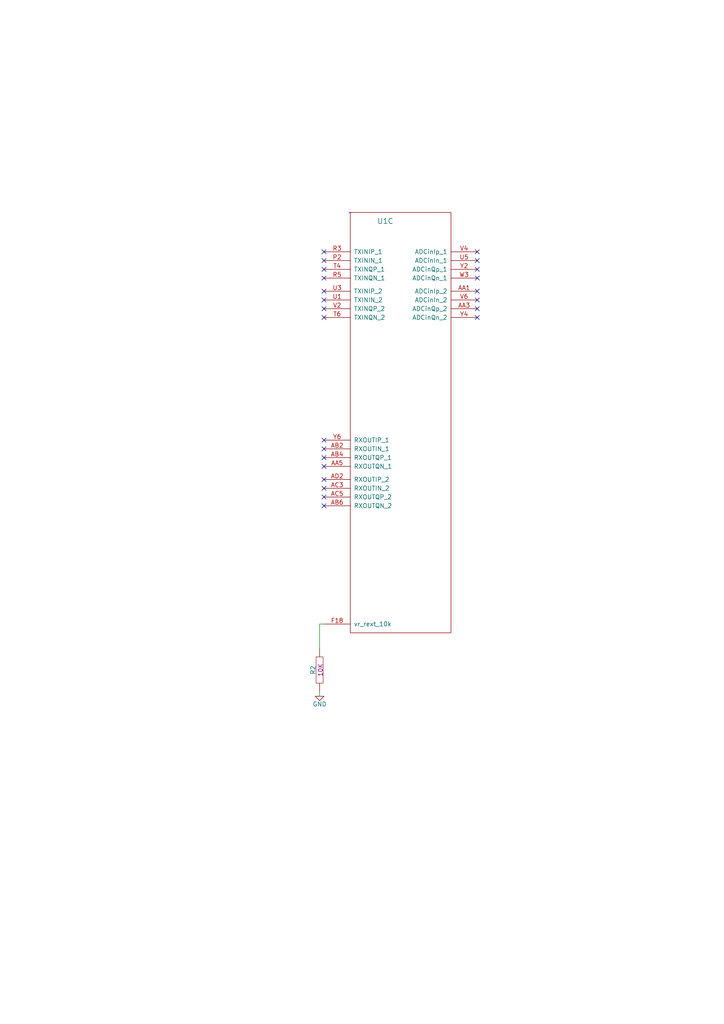
<source format=kicad_sch>
(kicad_sch (version 20211123) (generator eeschema)

  (uuid 4bf301c5-ec0f-4e2a-b889-dd5ec028b092)

  (paper "A4" portrait)

  (title_block
    (title "uMyriadRF7002")
    (date "19 nov 2015")
    (rev "v2")
    (comment 1 "WORK IS COVERED UNDER A CREATIVE COMMONS LICENSE (CC BY 3.0)")
  )

  (lib_symbols
    (symbol "uMyriad7002-rescue:10K_0402" (pin_numbers hide) (pin_names (offset 0)) (in_bom yes) (on_board yes)
      (property "Reference" "R" (id 0) (at -1.778 -0.254 90)
        (effects (font (size 1.27 1.27)))
      )
      (property "Value" "10K_0402" (id 1) (at -4.445 -0.635 90)
        (effects (font (size 1.27 1.27)) hide)
      )
      (property "Footprint" "SMD0402" (id 2) (at -7.62 -0.635 90)
        (effects (font (size 1.524 1.524)) hide)
      )
      (property "Datasheet" "" (id 3) (at 0 0 0)
        (effects (font (size 1.524 1.524)))
      )
      (property "Vendor" "Digi-Key" (id 4) (at 4.572 2.54 90)
        (effects (font (size 1.524 1.524)) hide)
      )
      (property "Vendor Part Number" "RMCF0402FT10K0CT-ND" (id 5) (at 7.112 5.08 90)
        (effects (font (size 1.524 1.524)) hide)
      )
      (property "Manufacturer" "Stackpole Electronics Inc" (id 6) (at 9.652 7.62 90)
        (effects (font (size 1.524 1.524)) hide)
      )
      (property "Manufacturer Part Number" "RMCF0402FT10K0" (id 7) (at 12.192 10.16 90)
        (effects (font (size 1.524 1.524)) hide)
      )
      (property "Description" "RES 10K OHM 1/16W 1% 0402" (id 8) (at 14.732 12.7 90)
        (effects (font (size 1.524 1.524)) hide)
      )
      (property "Component Value" "10K" (id 9) (at 0.254 0 90)
        (effects (font (size 1.27 1.27)))
      )
      (property "ki_fp_filters" "R? SM0603 SM0805 R?-* SM1206" (id 10) (at 0 0 0)
        (effects (font (size 1.27 1.27)) hide)
      )
      (symbol "10K_0402_0_1"
        (rectangle (start -1.016 3.81) (end 1.016 -3.81)
          (stroke (width 0.127) (type default) (color 0 0 0 0))
          (fill (type none))
        )
      )
      (symbol "10K_0402_1_1"
        (pin passive line (at 0 6.35 270) (length 2.54)
          (name "1" (effects (font (size 0 0))))
          (number "1" (effects (font (size 1.524 1.524))))
        )
        (pin passive line (at 0 -6.35 90) (length 2.54)
          (name "2" (effects (font (size 0 0))))
          (number "2" (effects (font (size 1.524 1.524))))
        )
      )
    )
    (symbol "uMyriad7002-rescue:GND" (power) (pin_names (offset 0)) (in_bom yes) (on_board yes)
      (property "Reference" "#PWR" (id 0) (at 0 0 0)
        (effects (font (size 0.762 0.762)) hide)
      )
      (property "Value" "GND" (id 1) (at 0 -1.778 0)
        (effects (font (size 0.762 0.762)) hide)
      )
      (property "Footprint" "" (id 2) (at 0 0 0)
        (effects (font (size 1.524 1.524)))
      )
      (property "Datasheet" "" (id 3) (at 0 0 0)
        (effects (font (size 1.524 1.524)))
      )
      (symbol "GND_0_1"
        (polyline
          (pts
            (xy -1.27 0)
            (xy 0 -1.27)
            (xy 1.27 0)
            (xy -1.27 0)
          )
          (stroke (width 0) (type default) (color 0 0 0 0))
          (fill (type none))
        )
      )
      (symbol "GND_1_1"
        (pin power_in line (at 0 0 90) (length 0) hide
          (name "GND" (effects (font (size 0.762 0.762))))
          (number "1" (effects (font (size 0.762 0.762))))
        )
      )
    )
    (symbol "uMyriad7002-rescue:LMS7002" (pin_names (offset 1.016)) (in_bom yes) (on_board yes)
      (property "Reference" "U" (id 0) (at 20.32 -2.54 0)
        (effects (font (size 1.524 1.524)))
      )
      (property "Value" "LMS7002" (id 1) (at 20.32 -5.08 0)
        (effects (font (size 1.524 1.524)))
      )
      (property "Footprint" "aQFN-261" (id 2) (at 10.16 3.81 0)
        (effects (font (size 1.524 1.524)) hide)
      )
      (property "Datasheet" "" (id 3) (at 0 0 0)
        (effects (font (size 1.524 1.524)))
      )
      (property "ki_locked" "" (id 4) (at 0 0 0)
        (effects (font (size 1.27 1.27)))
      )
      (symbol "LMS7002_1_1"
        (rectangle (start 0 0) (end 20.32 -171.45)
          (stroke (width 0) (type default) (color 0 0 0 0))
          (fill (type none))
        )
        (pin input line (at -7.62 -73.66 0) (length 7.62)
          (name "FCLK1" (effects (font (size 1.27 1.27))))
          (number "AA33" (effects (font (size 1.27 1.27))))
        )
        (pin output line (at -7.62 -111.76 0) (length 7.62)
          (name "DIQ10_1" (effects (font (size 1.27 1.27))))
          (number "AB30" (effects (font (size 1.27 1.27))))
        )
        (pin output line (at -7.62 -114.3 0) (length 7.62)
          (name "DIQ11_1" (effects (font (size 1.27 1.27))))
          (number "AB32" (effects (font (size 1.27 1.27))))
        )
        (pin input line (at -7.62 -71.12 0) (length 7.62)
          (name "MCLK1" (effects (font (size 1.27 1.27))))
          (number "AB34" (effects (font (size 1.27 1.27))))
        )
        (pin output line (at -7.62 -99.06 0) (length 7.62)
          (name "DIQ5_1" (effects (font (size 1.27 1.27))))
          (number "AC29" (effects (font (size 1.27 1.27))))
        )
        (pin output line (at -7.62 -106.68 0) (length 7.62)
          (name "DIQ8_1" (effects (font (size 1.27 1.27))))
          (number "AC31" (effects (font (size 1.27 1.27))))
        )
        (pin output line (at -7.62 -109.22 0) (length 7.62)
          (name "DIQ9_1" (effects (font (size 1.27 1.27))))
          (number "AC33" (effects (font (size 1.27 1.27))))
        )
        (pin output line (at -7.62 -96.52 0) (length 7.62)
          (name "DIQ4_1" (effects (font (size 1.27 1.27))))
          (number "AD30" (effects (font (size 1.27 1.27))))
        )
        (pin output line (at -7.62 -104.14 0) (length 7.62)
          (name "DIQ7_1" (effects (font (size 1.27 1.27))))
          (number "AD32" (effects (font (size 1.27 1.27))))
        )
        (pin output line (at -7.62 -93.98 0) (length 7.62)
          (name "DIQ3_1" (effects (font (size 1.27 1.27))))
          (number "AE31" (effects (font (size 1.27 1.27))))
        )
        (pin output line (at -7.62 -101.6 0) (length 7.62)
          (name "DIQ6_1" (effects (font (size 1.27 1.27))))
          (number "AE33" (effects (font (size 1.27 1.27))))
        )
        (pin output line (at -7.62 -88.9 0) (length 7.62)
          (name "DIQ1_1" (effects (font (size 1.27 1.27))))
          (number "AF30" (effects (font (size 1.27 1.27))))
        )
        (pin output line (at -7.62 -91.44 0) (length 7.62)
          (name "DIQ2_1" (effects (font (size 1.27 1.27))))
          (number "AF34" (effects (font (size 1.27 1.27))))
        )
        (pin output line (at -7.62 -86.36 0) (length 7.62)
          (name "DIQ0_1" (effects (font (size 1.27 1.27))))
          (number "AG31" (effects (font (size 1.27 1.27))))
        )
        (pin input line (at -7.62 -10.16 0) (length 7.62)
          (name "RxPLL_CLK" (effects (font (size 1.27 1.27))))
          (number "AM24" (effects (font (size 1.27 1.27))))
        )
        (pin output line (at -7.62 -147.32 0) (length 7.62)
          (name "tstao" (effects (font (size 1.27 1.27))))
          (number "B22" (effects (font (size 1.27 1.27))))
        )
        (pin bidirectional line (at -7.62 -163.83 0) (length 7.62)
          (name "SCL" (effects (font (size 1.27 1.27))))
          (number "C27" (effects (font (size 1.27 1.27))))
        )
        (pin input line (at -7.62 -134.62 0) (length 7.62)
          (name "SCLK" (effects (font (size 1.27 1.27))))
          (number "C29" (effects (font (size 1.27 1.27))))
        )
        (pin output line (at -7.62 -149.86 0) (length 7.62)
          (name "tstdo<0>" (effects (font (size 1.27 1.27))))
          (number "D22" (effects (font (size 1.27 1.27))))
        )
        (pin bidirectional line (at -7.62 -161.29 0) (length 7.62)
          (name "SDA" (effects (font (size 1.27 1.27))))
          (number "D26" (effects (font (size 1.27 1.27))))
        )
        (pin input line (at -7.62 -132.08 0) (length 7.62)
          (name "SEN" (effects (font (size 1.27 1.27))))
          (number "D28" (effects (font (size 1.27 1.27))))
        )
        (pin input line (at -7.62 -127 0) (length 7.62)
          (name "RESET" (effects (font (size 1.27 1.27))))
          (number "E27" (effects (font (size 1.27 1.27))))
        )
        (pin input line (at -7.62 -66.04 0) (length 7.62)
          (name "TxPLL_CLK" (effects (font (size 1.27 1.27))))
          (number "E5" (effects (font (size 1.27 1.27))))
        )
        (pin output line (at -7.62 -152.4 0) (length 7.62)
          (name "tstdo<1>" (effects (font (size 1.27 1.27))))
          (number "F22" (effects (font (size 1.27 1.27))))
        )
        (pin output line (at -7.62 -139.7 0) (length 7.62)
          (name "SDO" (effects (font (size 1.27 1.27))))
          (number "F28" (effects (font (size 1.27 1.27))))
        )
        (pin bidirectional line (at -7.62 -137.16 0) (length 7.62)
          (name "SDIO" (effects (font (size 1.27 1.27))))
          (number "F30" (effects (font (size 1.27 1.27))))
        )
        (pin input line (at -7.62 -30.48 0) (length 7.62)
          (name "DIQ0_2" (effects (font (size 1.27 1.27))))
          (number "H30" (effects (font (size 1.27 1.27))))
        )
        (pin input line (at -7.62 -33.02 0) (length 7.62)
          (name "DIQ1_2" (effects (font (size 1.27 1.27))))
          (number "J31" (effects (font (size 1.27 1.27))))
        )
        (pin input line (at -7.62 -35.56 0) (length 7.62)
          (name "DIQ2_2" (effects (font (size 1.27 1.27))))
          (number "K30" (effects (font (size 1.27 1.27))))
        )
        (pin input line (at -7.62 -38.1 0) (length 7.62)
          (name "DIQ3_2" (effects (font (size 1.27 1.27))))
          (number "K32" (effects (font (size 1.27 1.27))))
        )
        (pin input line (at -7.62 -43.18 0) (length 7.62)
          (name "DIQ5_2" (effects (font (size 1.27 1.27))))
          (number "K34" (effects (font (size 1.27 1.27))))
        )
        (pin input line (at -7.62 -40.64 0) (length 7.62)
          (name "DIQ4_2" (effects (font (size 1.27 1.27))))
          (number "L31" (effects (font (size 1.27 1.27))))
        )
        (pin input line (at -7.62 -45.72 0) (length 7.62)
          (name "DIQ6_2" (effects (font (size 1.27 1.27))))
          (number "M30" (effects (font (size 1.27 1.27))))
        )
        (pin input line (at -7.62 -48.26 0) (length 7.62)
          (name "DIQ7_2" (effects (font (size 1.27 1.27))))
          (number "M32" (effects (font (size 1.27 1.27))))
        )
        (pin input line (at -7.62 -50.8 0) (length 7.62)
          (name "DIQ8_2" (effects (font (size 1.27 1.27))))
          (number "N31" (effects (font (size 1.27 1.27))))
        )
        (pin input line (at -7.62 -53.34 0) (length 7.62)
          (name "DIQ9_2" (effects (font (size 1.27 1.27))))
          (number "N33" (effects (font (size 1.27 1.27))))
        )
        (pin input line (at -7.62 -55.88 0) (length 7.62)
          (name "DIQ10_2" (effects (font (size 1.27 1.27))))
          (number "P30" (effects (font (size 1.27 1.27))))
        )
        (pin input line (at -7.62 -58.42 0) (length 7.62)
          (name "DIQ11_2" (effects (font (size 1.27 1.27))))
          (number "P32" (effects (font (size 1.27 1.27))))
        )
        (pin input line (at -7.62 -15.24 0) (length 7.62)
          (name "MCLK_2" (effects (font (size 1.27 1.27))))
          (number "P34" (effects (font (size 1.27 1.27))))
        )
        (pin input line (at -7.62 -17.78 0) (length 7.62)
          (name "FCLK_2" (effects (font (size 1.27 1.27))))
          (number "R29" (effects (font (size 1.27 1.27))))
        )
        (pin input line (at -7.62 -27.94 0) (length 7.62)
          (name "IQSEL_Enable_2" (effects (font (size 1.27 1.27))))
          (number "R33" (effects (font (size 1.27 1.27))))
        )
        (pin input line (at -7.62 -78.74 0) (length 7.62)
          (name "TX_EN" (effects (font (size 1.27 1.27))))
          (number "U29" (effects (font (size 1.27 1.27))))
        )
        (pin bidirectional line (at -7.62 -20.32 0) (length 7.62)
          (name "TXNRX2" (effects (font (size 1.27 1.27))))
          (number "U31" (effects (font (size 1.27 1.27))))
        )
        (pin input line (at -7.62 -121.92 0) (length 7.62)
          (name "G_PWR_DWN" (effects (font (size 1.27 1.27))))
          (number "U33" (effects (font (size 1.27 1.27))))
        )
        (pin input line (at -7.62 -119.38 0) (length 7.62)
          (name "DIG_RST" (effects (font (size 1.27 1.27))))
          (number "V30" (effects (font (size 1.27 1.27))))
        )
        (pin bidirectional line (at -7.62 -76.2 0) (length 7.62)
          (name "TXNRX1" (effects (font (size 1.27 1.27))))
          (number "V32" (effects (font (size 1.27 1.27))))
        )
        (pin output line (at -7.62 -22.86 0) (length 7.62)
          (name "RX_EN" (effects (font (size 1.27 1.27))))
          (number "V34" (effects (font (size 1.27 1.27))))
        )
        (pin output line (at -7.62 -83.82 0) (length 7.62)
          (name "IQSEL_Enable_1" (effects (font (size 1.27 1.27))))
          (number "Y32" (effects (font (size 1.27 1.27))))
        )
      )
      (symbol "LMS7002_2_1"
        (rectangle (start 0 0) (end 43.18 -229.87)
          (stroke (width 0) (type default) (color 0 0 0 0))
          (fill (type none))
        )
        (pin input line (at 50.8 -43.18 180) (length 7.62)
          (name "DVDD_CGEN" (effects (font (size 1.27 1.27))))
          (number "A17" (effects (font (size 1.27 1.27))))
        )
        (pin input line (at -7.62 -17.78 0) (length 7.62)
          (name "DIGPRVDD1" (effects (font (size 1.27 1.27))))
          (number "AA29" (effects (font (size 1.27 1.27))))
        )
        (pin input line (at -7.62 -213.36 0) (length 7.62)
          (name "DIGPRGND1" (effects (font (size 1.27 1.27))))
          (number "AA31" (effects (font (size 1.27 1.27))))
        )
        (pin input line (at 50.8 -116.84 180) (length 7.62)
          (name "VDD14_RBB" (effects (font (size 1.27 1.27))))
          (number "AD4" (effects (font (size 1.27 1.27))))
        )
        (pin input line (at -7.62 -119.38 0) (length 7.62)
          (name "VDD12_TIA_RFE" (effects (font (size 1.27 1.27))))
          (number "AD6" (effects (font (size 1.27 1.27))))
        )
        (pin input line (at -7.62 -15.24 0) (length 7.62)
          (name "DIGPRVDD1" (effects (font (size 1.27 1.27))))
          (number "AE29" (effects (font (size 1.27 1.27))))
        )
        (pin input line (at -7.62 -111.76 0) (length 7.62)
          (name "VDD18_TIA_RFE" (effects (font (size 1.27 1.27))))
          (number "AE3" (effects (font (size 1.27 1.27))))
        )
        (pin input line (at 50.8 -119.38 180) (length 7.62)
          (name "VDD14_TIA_RFE" (effects (font (size 1.27 1.27))))
          (number "AF2" (effects (font (size 1.27 1.27))))
        )
        (pin input line (at -7.62 -220.98 0) (length 7.62)
          (name "DIGPRGND2" (effects (font (size 1.27 1.27))))
          (number "AF32" (effects (font (size 1.27 1.27))))
        )
        (pin input line (at -7.62 -109.22 0) (length 7.62)
          (name "VDD18_LDO_RX" (effects (font (size 1.27 1.27))))
          (number "AF4" (effects (font (size 1.27 1.27))))
        )
        (pin input line (at 50.8 -114.3 180) (length 7.62)
          (name "VDD14_LNA_RFE" (effects (font (size 1.27 1.27))))
          (number "AF6" (effects (font (size 1.27 1.27))))
        )
        (pin input line (at -7.62 -208.28 0) (length 7.62)
          (name "DIGPRGND1" (effects (font (size 1.27 1.27))))
          (number "AG29" (effects (font (size 1.27 1.27))))
        )
        (pin input line (at -7.62 -121.92 0) (length 7.62)
          (name "VDD12_LNA_RFE" (effects (font (size 1.27 1.27))))
          (number "AG5" (effects (font (size 1.27 1.27))))
        )
        (pin input line (at 50.8 -12.7 180) (length 7.62)
          (name "DIGPRVDD2" (effects (font (size 1.27 1.27))))
          (number "AH30" (effects (font (size 1.27 1.27))))
        )
        (pin input line (at 50.8 -195.58 180) (length 7.62)
          (name "GND_CP_SXR" (effects (font (size 1.27 1.27))))
          (number "AJ19" (effects (font (size 1.27 1.27))))
        )
        (pin input line (at 50.8 -90.17 180) (length 7.62)
          (name "VDD_AFE" (effects (font (size 1.27 1.27))))
          (number "AJ25" (effects (font (size 1.27 1.27))))
        )
        (pin input line (at 50.8 -193.04 180) (length 7.62)
          (name "GND_DIV_SXR" (effects (font (size 1.27 1.27))))
          (number "AK20" (effects (font (size 1.27 1.27))))
        )
        (pin input line (at 50.8 -105.41 180) (length 7.62)
          (name "VDD18_VCO_SXR" (effects (font (size 1.27 1.27))))
          (number "AK22" (effects (font (size 1.27 1.27))))
        )
        (pin input line (at 50.8 -76.2 180) (length 7.62)
          (name "VDD_CP_SXR" (effects (font (size 1.27 1.27))))
          (number "AL19" (effects (font (size 1.27 1.27))))
        )
        (pin input line (at -7.62 -53.34 0) (length 7.62)
          (name "DVDD_SXR" (effects (font (size 1.27 1.27))))
          (number "AL21" (effects (font (size 1.27 1.27))))
        )
        (pin input line (at 50.8 -219.71 180) (length 7.62)
          (name "GND_VCO_SXR" (effects (font (size 1.27 1.27))))
          (number "AL23" (effects (font (size 1.27 1.27))))
        )
        (pin input line (at 50.8 -66.04 180) (length 7.62)
          (name "VDD18_SXR" (effects (font (size 1.27 1.27))))
          (number "AM18" (effects (font (size 1.27 1.27))))
        )
        (pin input line (at 50.8 -78.74 180) (length 7.62)
          (name "VDD_DIV_SXR" (effects (font (size 1.27 1.27))))
          (number "AM20" (effects (font (size 1.27 1.27))))
        )
        (pin input line (at -7.62 -198.12 0) (length 7.62)
          (name "DGND_SXR" (effects (font (size 1.27 1.27))))
          (number "AM22" (effects (font (size 1.27 1.27))))
        )
        (pin input line (at 50.8 -102.87 180) (length 7.62)
          (name "VDD18_RXBUF" (effects (font (size 1.27 1.27))))
          (number "AM26" (effects (font (size 1.27 1.27))))
        )
        (pin input line (at 50.8 -81.28 180) (length 7.62)
          (name "VDD_MXLOBUF_RFE" (effects (font (size 1.27 1.27))))
          (number "AN17" (effects (font (size 1.27 1.27))))
        )
        (pin input line (at 50.8 -73.66 180) (length 7.62)
          (name "VDD12_VCO_SXR" (effects (font (size 1.27 1.27))))
          (number "AN23" (effects (font (size 1.27 1.27))))
        )
        (pin input line (at 50.8 -187.96 180) (length 7.62)
          (name "GND_RXBUF" (effects (font (size 1.27 1.27))))
          (number "AN25" (effects (font (size 1.27 1.27))))
        )
        (pin input line (at 50.8 -92.71 180) (length 7.62)
          (name "VDD12_RXBIF" (effects (font (size 1.27 1.27))))
          (number "AP26" (effects (font (size 1.27 1.27))))
        )
        (pin input line (at 50.8 -38.1 180) (length 7.62)
          (name "VDD_TPAD_TRF" (effects (font (size 1.27 1.27))))
          (number "B16" (effects (font (size 1.27 1.27))))
        )
        (pin input line (at 50.8 -204.47 180) (length 7.62)
          (name "DGND_CGEN" (effects (font (size 1.27 1.27))))
          (number "B18" (effects (font (size 1.27 1.27))))
        )
        (pin input line (at 50.8 -198.12 180) (length 7.62)
          (name "GND_CP_CGEN" (effects (font (size 1.27 1.27))))
          (number "B20" (effects (font (size 1.27 1.27))))
        )
        (pin input line (at 50.8 -55.88 180) (length 7.62)
          (name "VDD14_VCO_CGEN" (effects (font (size 1.27 1.27))))
          (number "C21" (effects (font (size 1.27 1.27))))
        )
        (pin input line (at -7.62 -203.2 0) (length 7.62)
          (name "GND_DIG" (effects (font (size 1.27 1.27))))
          (number "C23" (effects (font (size 1.27 1.27))))
        )
        (pin input line (at -7.62 -40.64 0) (length 7.62)
          (name "VDD12_DIG" (effects (font (size 1.27 1.27))))
          (number "C25" (effects (font (size 1.27 1.27))))
        )
        (pin input line (at 50.8 -227.33 180) (length 7.62)
          (name "GND_TLOBUF_TRF" (effects (font (size 1.27 1.27))))
          (number "C7" (effects (font (size 1.27 1.27))))
        )
        (pin input line (at 50.8 -33.02 180) (length 7.62)
          (name "VDD18_TRF" (effects (font (size 1.27 1.27))))
          (number "D16" (effects (font (size 1.27 1.27))))
        )
        (pin input line (at 50.8 -208.28 180) (length 7.62)
          (name "GND_DIV_CGEN" (effects (font (size 1.27 1.27))))
          (number "D20" (effects (font (size 1.27 1.27))))
        )
        (pin input line (at -7.62 -38.1 0) (length 7.62)
          (name "VDD18_DIG" (effects (font (size 1.27 1.27))))
          (number "D24" (effects (font (size 1.27 1.27))))
        )
        (pin input line (at 50.8 -20.32 180) (length 7.62)
          (name "VDDO_TLOBUF_TRF" (effects (font (size 1.27 1.27))))
          (number "D6" (effects (font (size 1.27 1.27))))
        )
        (pin input line (at 50.8 -30.48 180) (length 7.62)
          (name "VDD18_BIAS" (effects (font (size 1.27 1.27))))
          (number "E17" (effects (font (size 1.27 1.27))))
        )
        (pin input line (at 50.8 -45.72 180) (length 7.62)
          (name "VDD_DIV_CGEN" (effects (font (size 1.27 1.27))))
          (number "E19" (effects (font (size 1.27 1.27))))
        )
        (pin input line (at 50.8 -35.56 180) (length 7.62)
          (name "VDD18_VCO_CGEN" (effects (font (size 1.27 1.27))))
          (number "E21" (effects (font (size 1.27 1.27))))
        )
        (pin input line (at -7.62 -200.66 0) (length 7.62)
          (name "GND_SPI_BUF" (effects (font (size 1.27 1.27))))
          (number "E25" (effects (font (size 1.27 1.27))))
        )
        (pin input line (at 50.8 -50.8 180) (length 7.62)
          (name "VDD_CP_CGEN" (effects (font (size 1.27 1.27))))
          (number "F20" (effects (font (size 1.27 1.27))))
        )
        (pin input line (at -7.62 -45.72 0) (length 7.62)
          (name "VDD_SPI_BUF" (effects (font (size 1.27 1.27))))
          (number "F24" (effects (font (size 1.27 1.27))))
        )
        (pin input line (at 50.8 -200.66 180) (length 7.62)
          (name "GND_TXBUF" (effects (font (size 1.27 1.27))))
          (number "F6" (effects (font (size 1.27 1.27))))
        )
        (pin input line (at 50.8 -22.86 180) (length 7.62)
          (name "VDD_TLOBUF_TRF" (effects (font (size 1.27 1.27))))
          (number "F8" (effects (font (size 1.27 1.27))))
        )
        (pin input line (at -7.62 -63.5 0) (length 7.62)
          (name "VDD18_VCO_SXT" (effects (font (size 1.27 1.27))))
          (number "G3" (effects (font (size 1.27 1.27))))
        )
        (pin input line (at -7.62 -218.44 0) (length 7.62)
          (name "DIGPRGND2" (effects (font (size 1.27 1.27))))
          (number "G31" (effects (font (size 1.27 1.27))))
        )
        (pin output line (at -7.62 -83.82 0) (length 7.62)
          (name "VDD12_TXBUF" (effects (font (size 1.27 1.27))))
          (number "G5" (effects (font (size 1.27 1.27))))
        )
        (pin input line (at 50.8 -214.63 180) (length 7.62)
          (name "GND_TPAD_TRF" (effects (font (size 1.27 1.27))))
          (number "GND" (effects (font (size 1.27 1.27))))
        )
        (pin input line (at 50.8 -212.09 180) (length 7.62)
          (name "PSUB_TPAD_TRF" (effects (font (size 1.27 1.27))))
          (number "GND" (effects (font (size 1.27 1.27))))
        )
        (pin input line (at 50.8 -222.25 180) (length 7.62)
          (name "GND_VCO_SXT" (effects (font (size 1.27 1.27))))
          (number "H2" (effects (font (size 1.27 1.27))))
        )
        (pin input line (at 50.8 -10.16 180) (length 7.62)
          (name "DIGPRVDD2" (effects (font (size 1.27 1.27))))
          (number "H32" (effects (font (size 1.27 1.27))))
        )
        (pin input line (at -7.62 -60.96 0) (length 7.62)
          (name "VDD18_TXBUF" (effects (font (size 1.27 1.27))))
          (number "H6" (effects (font (size 1.27 1.27))))
        )
        (pin input line (at -7.62 -73.66 0) (length 7.62)
          (name "VDD_CP_SXT" (effects (font (size 1.27 1.27))))
          (number "J3" (effects (font (size 1.27 1.27))))
        )
        (pin input line (at -7.62 -205.74 0) (length 7.62)
          (name "DIGPRGND1" (effects (font (size 1.27 1.27))))
          (number "J33" (effects (font (size 1.27 1.27))))
        )
        (pin input line (at -7.62 -66.04 0) (length 7.62)
          (name "VDD12O_VCO_SXT" (effects (font (size 1.27 1.27))))
          (number "J5" (effects (font (size 1.27 1.27))))
        )
        (pin input line (at -7.62 -76.2 0) (length 7.62)
          (name "VDDO_DIV_SXT" (effects (font (size 1.27 1.27))))
          (number "K2" (effects (font (size 1.27 1.27))))
        )
        (pin input line (at -7.62 -190.5 0) (length 7.62)
          (name "GND_CP_SXT" (effects (font (size 1.27 1.27))))
          (number "K4" (effects (font (size 1.27 1.27))))
        )
        (pin input line (at -7.62 -68.58 0) (length 7.62)
          (name "VDD12_VCO_SXT" (effects (font (size 1.27 1.27))))
          (number "K6" (effects (font (size 1.27 1.27))))
        )
        (pin input line (at -7.62 -187.96 0) (length 7.62)
          (name "GND_DIV_SXT" (effects (font (size 1.27 1.27))))
          (number "L3" (effects (font (size 1.27 1.27))))
        )
        (pin input line (at -7.62 -12.7 0) (length 7.62)
          (name "DIGPRVDD1" (effects (font (size 1.27 1.27))))
          (number "L33" (effects (font (size 1.27 1.27))))
        )
        (pin input line (at -7.62 -78.74 0) (length 7.62)
          (name "VDD_DIV_SXT" (effects (font (size 1.27 1.27))))
          (number "L5" (effects (font (size 1.27 1.27))))
        )
        (pin input line (at -7.62 -55.88 0) (length 7.62)
          (name "DVDD_SXT" (effects (font (size 1.27 1.27))))
          (number "M4" (effects (font (size 1.27 1.27))))
        )
        (pin input line (at -7.62 -93.98 0) (length 7.62)
          (name "VDD18_LDO_TX" (effects (font (size 1.27 1.27))))
          (number "N1" (effects (font (size 1.27 1.27))))
        )
        (pin input line (at -7.62 -195.58 0) (length 7.62)
          (name "DGND_SXT" (effects (font (size 1.27 1.27))))
          (number "N3" (effects (font (size 1.27 1.27))))
        )
        (pin input line (at -7.62 -137.16 0) (length 7.62)
          (name "VDD_TBB" (effects (font (size 1.27 1.27))))
          (number "P4" (effects (font (size 1.27 1.27))))
        )
        (pin input line (at -7.62 -10.16 0) (length 7.62)
          (name "DIGPRVDD1" (effects (font (size 1.27 1.27))))
          (number "R31" (effects (font (size 1.27 1.27))))
        )
        (pin input line (at -7.62 -210.82 0) (length 7.62)
          (name "DIGPRGND1" (effects (font (size 1.27 1.27))))
          (number "T30" (effects (font (size 1.27 1.27))))
        )
        (pin input line (at 50.8 -7.62 180) (length 7.62)
          (name "DIGPRVDD2" (effects (font (size 1.27 1.27))))
          (number "T32" (effects (font (size 1.27 1.27))))
        )
        (pin input line (at -7.62 -215.9 0) (length 7.62)
          (name "DIGPRGND1" (effects (font (size 1.27 1.27))))
          (number "W29" (effects (font (size 1.27 1.27))))
        )
        (pin input line (at 50.8 -15.24 180) (length 7.62)
          (name "DIGPRPOC" (effects (font (size 1.27 1.27))))
          (number "W31" (effects (font (size 1.27 1.27))))
        )
        (pin input line (at 50.8 -5.08 180) (length 7.62)
          (name "DIGPRVDD2" (effects (font (size 1.27 1.27))))
          (number "W33" (effects (font (size 1.27 1.27))))
        )
        (pin input line (at -7.62 -223.52 0) (length 7.62)
          (name "DIGPRGND2" (effects (font (size 1.27 1.27))))
          (number "Y30" (effects (font (size 1.27 1.27))))
        )
      )
      (symbol "LMS7002_3_1"
        (rectangle (start 0 0) (end 29.21 -121.92)
          (stroke (width 0) (type default) (color 0 0 0 0))
          (fill (type none))
        )
        (pin input line (at 36.83 -22.86 180) (length 7.62)
          (name "ADCinIp_2" (effects (font (size 1.27 1.27))))
          (number "AA1" (effects (font (size 1.27 1.27))))
        )
        (pin input line (at 36.83 -27.94 180) (length 7.62)
          (name "ADCinQp_2" (effects (font (size 1.27 1.27))))
          (number "AA3" (effects (font (size 1.27 1.27))))
        )
        (pin output line (at -7.62 -73.66 0) (length 7.62)
          (name "RXOUTQN_1" (effects (font (size 1.27 1.27))))
          (number "AA5" (effects (font (size 1.27 1.27))))
        )
        (pin output line (at -7.62 -68.58 0) (length 7.62)
          (name "RXOUTIN_1" (effects (font (size 1.27 1.27))))
          (number "AB2" (effects (font (size 1.27 1.27))))
        )
        (pin output line (at -7.62 -71.12 0) (length 7.62)
          (name "RXOUTQP_1" (effects (font (size 1.27 1.27))))
          (number "AB4" (effects (font (size 1.27 1.27))))
        )
        (pin output line (at -7.62 -85.09 0) (length 7.62)
          (name "RXOUTQN_2" (effects (font (size 1.27 1.27))))
          (number "AB6" (effects (font (size 1.27 1.27))))
        )
        (pin output line (at -7.62 -80.01 0) (length 7.62)
          (name "RXOUTIN_2" (effects (font (size 1.27 1.27))))
          (number "AC3" (effects (font (size 1.27 1.27))))
        )
        (pin output line (at -7.62 -82.55 0) (length 7.62)
          (name "RXOUTQP_2" (effects (font (size 1.27 1.27))))
          (number "AC5" (effects (font (size 1.27 1.27))))
        )
        (pin output line (at -7.62 -77.47 0) (length 7.62)
          (name "RXOUTIP_2" (effects (font (size 1.27 1.27))))
          (number "AD2" (effects (font (size 1.27 1.27))))
        )
        (pin input line (at -7.62 -119.38 0) (length 7.62)
          (name "vr_rext_10k" (effects (font (size 1.27 1.27))))
          (number "F18" (effects (font (size 1.27 1.27))))
        )
        (pin input line (at -7.62 -13.97 0) (length 7.62)
          (name "TXININ_1" (effects (font (size 1.27 1.27))))
          (number "P2" (effects (font (size 1.27 1.27))))
        )
        (pin input line (at -7.62 -11.43 0) (length 7.62)
          (name "TXINIP_1" (effects (font (size 1.27 1.27))))
          (number "R3" (effects (font (size 1.27 1.27))))
        )
        (pin input line (at -7.62 -19.05 0) (length 7.62)
          (name "TXINQN_1" (effects (font (size 1.27 1.27))))
          (number "R5" (effects (font (size 1.27 1.27))))
        )
        (pin input line (at -7.62 -16.51 0) (length 7.62)
          (name "TXINQP_1" (effects (font (size 1.27 1.27))))
          (number "T4" (effects (font (size 1.27 1.27))))
        )
        (pin input line (at -7.62 -30.48 0) (length 7.62)
          (name "TXINQN_2" (effects (font (size 1.27 1.27))))
          (number "T6" (effects (font (size 1.27 1.27))))
        )
        (pin input line (at -7.62 -25.4 0) (length 7.62)
          (name "TXININ_2" (effects (font (size 1.27 1.27))))
          (number "U1" (effects (font (size 1.27 1.27))))
        )
        (pin input line (at -7.62 -22.86 0) (length 7.62)
          (name "TXINIP_2" (effects (font (size 1.27 1.27))))
          (number "U3" (effects (font (size 1.27 1.27))))
        )
        (pin input line (at 36.83 -13.97 180) (length 7.62)
          (name "ADCinIn_1" (effects (font (size 1.27 1.27))))
          (number "U5" (effects (font (size 1.27 1.27))))
        )
        (pin input line (at -7.62 -27.94 0) (length 7.62)
          (name "TXINQP_2" (effects (font (size 1.27 1.27))))
          (number "V2" (effects (font (size 1.27 1.27))))
        )
        (pin input line (at 36.83 -11.43 180) (length 7.62)
          (name "ADCinIp_1" (effects (font (size 1.27 1.27))))
          (number "V4" (effects (font (size 1.27 1.27))))
        )
        (pin input line (at 36.83 -25.4 180) (length 7.62)
          (name "ADCinIn_2" (effects (font (size 1.27 1.27))))
          (number "V6" (effects (font (size 1.27 1.27))))
        )
        (pin input line (at 36.83 -19.05 180) (length 7.62)
          (name "ADCinQn_1" (effects (font (size 1.27 1.27))))
          (number "W3" (effects (font (size 1.27 1.27))))
        )
        (pin input line (at 36.83 -16.51 180) (length 7.62)
          (name "ADCinQp_1" (effects (font (size 1.27 1.27))))
          (number "Y2" (effects (font (size 1.27 1.27))))
        )
        (pin input line (at 36.83 -30.48 180) (length 7.62)
          (name "ADCinQn_2" (effects (font (size 1.27 1.27))))
          (number "Y4" (effects (font (size 1.27 1.27))))
        )
        (pin output line (at -7.62 -66.04 0) (length 7.62)
          (name "RXOUTIP_1" (effects (font (size 1.27 1.27))))
          (number "Y6" (effects (font (size 1.27 1.27))))
        )
      )
      (symbol "LMS7002_4_1"
        (rectangle (start 0 0) (end 17.78 -179.07)
          (stroke (width 0) (type default) (color 0 0 0 0))
          (fill (type none))
        )
        (pin input line (at 25.4 -17.78 180) (length 7.62)
          (name "TXRF1_1n" (effects (font (size 1.27 1.27))))
          (number "A7" (effects (font (size 1.27 1.27))))
        )
        (pin output line (at 25.4 -50.8 180) (length 7.62)
          (name "TXRF2_1p" (effects (font (size 1.27 1.27))))
          (number "A9" (effects (font (size 1.27 1.27))))
        )
        (pin input line (at 25.4 -116.84 180) (length 7.62)
          (name "RXRF1_n_h" (effects (font (size 1.27 1.27))))
          (number "AJ15" (effects (font (size 1.27 1.27))))
        )
        (pin input line (at 25.4 -173.99 180) (length 7.62)
          (name "RF_gnd" (effects (font (size 1.27 1.27))))
          (number "AK12" (effects (font (size 1.27 1.27))))
        )
        (pin input line (at 25.4 -114.3 180) (length 7.62)
          (name "RXRF1_p_h" (effects (font (size 1.27 1.27))))
          (number "AK14" (effects (font (size 1.27 1.27))))
        )
        (pin input line (at 25.4 -171.45 180) (length 7.62)
          (name "RF_gnd" (effects (font (size 1.27 1.27))))
          (number "AL13" (effects (font (size 1.27 1.27))))
        )
        (pin input line (at 25.4 -88.9 180) (length 7.62)
          (name "RXRF1_n_l" (effects (font (size 1.27 1.27))))
          (number "AM12" (effects (font (size 1.27 1.27))))
        )
        (pin input line (at 25.4 -86.36 180) (length 7.62)
          (name "RXRF1_p_l" (effects (font (size 1.27 1.27))))
          (number "AN11" (effects (font (size 1.27 1.27))))
        )
        (pin input line (at 25.4 -142.24 180) (length 7.62)
          (name "RXRF1_p_w" (effects (font (size 1.27 1.27))))
          (number "AN9" (effects (font (size 1.27 1.27))))
        )
        (pin input line (at 25.4 -144.78 180) (length 7.62)
          (name "RXRF1_n_w" (effects (font (size 1.27 1.27))))
          (number "AP10" (effects (font (size 1.27 1.27))))
        )
        (pin output line (at 25.4 -53.34 180) (length 7.62)
          (name "TXRF2_1n" (effects (font (size 1.27 1.27))))
          (number "B10" (effects (font (size 1.27 1.27))))
        )
        (pin input line (at 25.4 -15.24 180) (length 7.62)
          (name "TXRF1_1p" (effects (font (size 1.27 1.27))))
          (number "B8" (effects (font (size 1.27 1.27))))
        )
      )
      (symbol "LMS7002_5_1"
        (rectangle (start 0 0) (end 17.78 -179.07)
          (stroke (width 0) (type default) (color 0 0 0 0))
          (fill (type none))
        )
        (pin input line (at 25.4 -50.8 180) (length 7.62)
          (name "TXRF2_2p" (effects (font (size 1.27 1.27))))
          (number "A13" (effects (font (size 1.27 1.27))))
        )
        (pin input line (at 25.4 -175.26 180) (length 7.62)
          (name "RF_gnd" (effects (font (size 1.27 1.27))))
          (number "AJ7" (effects (font (size 1.27 1.27))))
        )
        (pin input line (at 25.4 -172.72 180) (length 7.62)
          (name "RF_gnd" (effects (font (size 1.27 1.27))))
          (number "AJ9" (effects (font (size 1.27 1.27))))
        )
        (pin input line (at 25.4 -144.78 180) (length 7.62)
          (name "RXRF2_w_n" (effects (font (size 1.27 1.27))))
          (number "AM4" (effects (font (size 1.27 1.27))))
        )
        (pin input line (at 25.4 -116.84 180) (length 7.62)
          (name "RXRF2_h_n" (effects (font (size 1.27 1.27))))
          (number "AM8" (effects (font (size 1.27 1.27))))
        )
        (pin input line (at 25.4 -142.24 180) (length 7.62)
          (name "RXRF2_w_p" (effects (font (size 1.27 1.27))))
          (number "AN3" (effects (font (size 1.27 1.27))))
        )
        (pin input line (at 25.4 -86.36 180) (length 7.62)
          (name "RXRF2_l_p" (effects (font (size 1.27 1.27))))
          (number "AN5" (effects (font (size 1.27 1.27))))
        )
        (pin input line (at 25.4 -114.3 180) (length 7.62)
          (name "RXRF2_h_p" (effects (font (size 1.27 1.27))))
          (number "AN7" (effects (font (size 1.27 1.27))))
        )
        (pin input line (at 25.4 -88.9 180) (length 7.62)
          (name "RXRF2_l_n" (effects (font (size 1.27 1.27))))
          (number "AP6" (effects (font (size 1.27 1.27))))
        )
        (pin input line (at 25.4 -15.24 180) (length 7.62)
          (name "TXRF1_2p" (effects (font (size 1.27 1.27))))
          (number "B12" (effects (font (size 1.27 1.27))))
        )
        (pin input line (at 25.4 -53.34 180) (length 7.62)
          (name "TXRF2_2n" (effects (font (size 1.27 1.27))))
          (number "B14" (effects (font (size 1.27 1.27))))
        )
        (pin input line (at 25.4 -17.78 180) (length 7.62)
          (name "TXRF1_2n" (effects (font (size 1.27 1.27))))
          (number "C11" (effects (font (size 1.27 1.27))))
        )
      )
    )
  )


  (no_connect (at 93.98 86.995) (uuid 0612b833-74cb-4a78-b5ad-3781bd1e971c))
  (no_connect (at 93.98 78.105) (uuid 06dbad0b-76a1-4a0d-969a-e7d0dccc5034))
  (no_connect (at 93.98 139.065) (uuid 0a59bd00-ba52-4a25-82a1-fdbb100ee113))
  (no_connect (at 93.98 130.175) (uuid 11699d07-128f-41b7-bf10-5364daf524b0))
  (no_connect (at 93.98 92.075) (uuid 13e26f7e-1cce-4adc-956e-53737c0f3ce7))
  (no_connect (at 93.98 135.255) (uuid 321fad42-64cb-4b23-b15d-21d82c21e4b4))
  (no_connect (at 93.98 132.715) (uuid 3a9a9552-e7e8-4143-9546-fb946900793d))
  (no_connect (at 93.98 75.565) (uuid 4fddf177-7915-4836-ab97-440be54a8c82))
  (no_connect (at 138.43 84.455) (uuid 52cac6c1-c974-4060-a9c4-2ad0fe2b7f51))
  (no_connect (at 138.43 80.645) (uuid 6d0be200-87d3-44cc-8144-348ed02389f6))
  (no_connect (at 93.98 80.645) (uuid 76bde3ce-578c-40cd-a70d-28fbaba92927))
  (no_connect (at 93.98 89.535) (uuid 79bc26c5-f3d3-4e46-99f9-9ed2a5dd756f))
  (no_connect (at 138.43 86.995) (uuid 87e86cba-bd6e-4e09-a8eb-1ea8d38be9f6))
  (no_connect (at 93.98 127.635) (uuid 99eaa7b4-38f1-4745-b6cf-6b11e0f4af31))
  (no_connect (at 93.98 84.455) (uuid 9b714f8e-d66c-45b2-8c7f-c38455a6a0d2))
  (no_connect (at 138.43 75.565) (uuid 9ffb7230-ea8b-4f40-9ea2-df99ea9c2dcc))
  (no_connect (at 93.98 144.145) (uuid a994e120-6135-4128-af70-c7130a43c920))
  (no_connect (at 93.98 141.605) (uuid aeec0eea-d521-4cac-8582-0f8efba8b30a))
  (no_connect (at 138.43 89.535) (uuid b4b0fe45-10ff-43e8-b60f-5a8c9326a160))
  (no_connect (at 138.43 78.105) (uuid c82fc9b4-5967-46e6-8df5-1b3660d95669))
  (no_connect (at 93.98 146.685) (uuid cd3ead86-a6ab-4ad1-8eb7-c2c3335c7c4d))
  (no_connect (at 138.43 73.025) (uuid d0344b25-d107-494c-94f3-16956c8d989b))
  (no_connect (at 138.43 92.075) (uuid ee204c61-8a26-4ae8-8d2f-4fded8ffe9ba))
  (no_connect (at 93.98 73.025) (uuid f6e60e8d-3712-40e9-8e0b-e362832e29d2))

  (wire (pts (xy 92.71 200.66) (xy 92.71 201.93))
    (stroke (width 0) (type default) (color 0 0 0 0))
    (uuid 7b264333-b3de-4f5a-aef4-2d3c9436123a)
  )
  (wire (pts (xy 92.71 187.96) (xy 92.71 180.975))
    (stroke (width 0) (type default) (color 0 0 0 0))
    (uuid 82d59d46-2147-40aa-9305-9d70c4d19c34)
  )
  (wire (pts (xy 92.71 180.975) (xy 93.98 180.975))
    (stroke (width 0) (type default) (color 0 0 0 0))
    (uuid ab1e1929-b583-4d78-85c6-2131b9d7850d)
  )

  (symbol (lib_id "uMyriad7002-rescue:GND") (at 92.71 201.93 0) (unit 1)
    (in_bom yes) (on_board yes)
    (uuid 00000000-0000-0000-0000-000051027447)
    (property "Reference" "#PWR01" (id 0) (at 92.71 199.39 0)
      (effects (font (size 1.27 1.27)) hide)
    )
    (property "Value" "" (id 1) (at 92.71 204.216 0))
    (property "Footprint" "" (id 2) (at 92.71 201.93 0)
      (effects (font (size 1.524 1.524)) hide)
    )
    (property "Datasheet" "" (id 3) (at 92.71 201.93 0)
      (effects (font (size 1.524 1.524)) hide)
    )
    (pin "1" (uuid 650160be-35a4-4ae2-ad1e-6cbd62df1cf5))
  )

  (symbol (lib_id "uMyriad7002-rescue:LMS7002") (at 101.6 61.595 0) (unit 3)
    (in_bom yes) (on_board yes)
    (uuid 00000000-0000-0000-0000-0000521ad62f)
    (property "Reference" "U1" (id 0) (at 111.76 64.135 0)
      (effects (font (size 1.524 1.524)))
    )
    (property "Value" "" (id 1) (at 111.76 66.675 0)
      (effects (font (size 1.524 1.524)))
    )
    (property "Footprint" "" (id 2) (at 111.76 57.785 0)
      (effects (font (size 1.524 1.524)) hide)
    )
    (property "Datasheet" "~" (id 3) (at 101.6 61.595 0)
      (effects (font (size 1.524 1.524)))
    )
    (pin "AA33" (uuid 89154b5b-9d7b-4267-b6cf-3333d969a00b))
    (pin "AB30" (uuid 8fe13e13-a4bd-4644-a020-6105b534fc3b))
    (pin "AB32" (uuid ed09399c-f1de-4f8c-be64-dcd9aa1a439d))
    (pin "AB34" (uuid 24f3b188-bae1-4e29-ab63-6ef00cdf42fc))
    (pin "AC29" (uuid 7d492b34-7c2c-48c5-a0f5-d4158ae128a3))
    (pin "AC31" (uuid 2c3cf31f-e207-42c8-83df-b360a41262de))
    (pin "AC33" (uuid 5eeed1ac-7536-4640-9e50-a4ca4d1b8046))
    (pin "AD30" (uuid fb698189-3c8b-455a-820e-81b57f142142))
    (pin "AD32" (uuid ba8ecee1-1b1d-4558-b9d4-9574ddf6beb5))
    (pin "AE31" (uuid 831d5881-33e8-47f3-a2a3-6decd3cb67ed))
    (pin "AE33" (uuid cca6f0f3-58ad-46c1-a30c-f8f37c9c6056))
    (pin "AF30" (uuid 20c1a876-3ba2-4fc4-8b67-a2ec9c76fdf0))
    (pin "AF34" (uuid c793f35a-bbf6-408b-b708-b1a069456f4d))
    (pin "AG31" (uuid 0ead2dcd-bd37-477e-8043-16c80dea67c3))
    (pin "AM24" (uuid 90518e26-05b3-4fc8-8b4b-f2ab2e57d748))
    (pin "B22" (uuid 86b530d6-bb1e-4415-9112-3f4afde2f04f))
    (pin "C27" (uuid a896e054-602b-471c-9f77-47b030720b90))
    (pin "C29" (uuid 07fece16-5019-442d-9f8c-637e7d8d712e))
    (pin "D22" (uuid 55cb6187-332b-4d94-b897-a11d4915fb1d))
    (pin "D26" (uuid 771f7bc4-1924-4449-a77c-fbd31efeafbb))
    (pin "D28" (uuid c601b1c3-8b30-4a71-b4ae-9ba1acf1c860))
    (pin "E27" (uuid 89ab465b-7014-4bba-9e9c-63e18fa70281))
    (pin "E5" (uuid 9ca3c957-240a-42b4-af1b-77766ea7776d))
    (pin "F22" (uuid 3650c9fb-80d9-4fc9-b8e2-2b6a4a10c6ca))
    (pin "F28" (uuid 72cc1362-376c-47a8-bad8-ec27213ca919))
    (pin "F30" (uuid 6734cf70-0c91-4c52-bf5e-021c33505b66))
    (pin "H30" (uuid 5e7ee177-7fc3-46e2-9922-42b6ff956891))
    (pin "J31" (uuid 0a753a41-93e4-4546-9453-3fc87d176210))
    (pin "K30" (uuid c6550d73-2a79-48d3-846c-3321e6459e6e))
    (pin "K32" (uuid 501aab5b-2add-4df6-875a-4ccb99fbcce8))
    (pin "K34" (uuid 2d9e43d6-e565-40cb-8d8f-049c8b6e830f))
    (pin "L31" (uuid 337d9624-8e52-46d3-8bc0-db89b50de53c))
    (pin "M30" (uuid b4c1de13-0b27-455c-8b47-5bbf21fb06be))
    (pin "M32" (uuid d5a1f58d-433d-4e3d-a09d-a339e85216c7))
    (pin "N31" (uuid 2a897d7c-d390-446b-b377-7b165aa4038f))
    (pin "N33" (uuid c0fc861c-b530-4819-b72f-eeaa48176efd))
    (pin "P30" (uuid 733cb661-efca-4710-abaa-5afb8eaff285))
    (pin "P32" (uuid 4e20eb0f-dac0-4495-aba1-ce53d06d1f13))
    (pin "P34" (uuid 3478ada7-570b-457e-989e-1b62df3b74d4))
    (pin "R29" (uuid b6abed46-18dd-4721-b479-fef94a24f588))
    (pin "R33" (uuid 65bcdbeb-4d42-4a24-aa7a-8076c2307b7b))
    (pin "U29" (uuid b01d384c-0021-4e48-9f5e-f90a1c9bc987))
    (pin "U31" (uuid d27a4c99-8106-4f94-a6a2-0d57dfa67d48))
    (pin "U33" (uuid a96d67ba-4e41-48e9-b160-18c0af324df3))
    (pin "V30" (uuid 1213acf8-01de-48b1-82c5-c51cbebff9a2))
    (pin "V32" (uuid 7c00e682-044e-4301-abbb-e5deb8cfd5cb))
    (pin "V34" (uuid bcbc5e1e-4244-4886-8ff6-ffad679c9689))
    (pin "Y32" (uuid 1d8c374c-5bcf-422f-aa84-dda6ae2aa783))
    (pin "A17" (uuid 5e7da77e-aa81-44a7-8de6-48442eae0dc1))
    (pin "AA29" (uuid bd45e17e-b961-47c5-994f-66df900fb1fc))
    (pin "AA31" (uuid 23fc3c9c-a9f1-4965-b2f7-fbed21b5d7a4))
    (pin "AD4" (uuid 9ee18289-74dd-44a2-a4f2-0871595036e2))
    (pin "AD6" (uuid bb01b1a2-1536-4787-af44-ad797a3924f7))
    (pin "AE29" (uuid b15e4a03-0a30-4242-b1a9-388e4551c255))
    (pin "AE3" (uuid 2d0eee92-1d83-48b7-a655-4889f92dc1a3))
    (pin "AF2" (uuid ff7c786b-1e5f-4f8e-842e-87af7714cc7b))
    (pin "AF32" (uuid a8217b46-c09f-42e9-82b0-906e86703170))
    (pin "AF4" (uuid 4ac20f69-ccd3-43c4-8c4b-767a1e68492d))
    (pin "AF6" (uuid bf9c2ab7-95b4-450d-b677-5bb59ef00860))
    (pin "AG29" (uuid 9aa33125-2f20-49a0-825c-07944bf8565e))
    (pin "AG5" (uuid 455dbe80-08c0-48dd-bf53-e8d555e933e5))
    (pin "AH30" (uuid bc5b9ea0-3681-46ee-bd91-352970b43abc))
    (pin "AJ19" (uuid 3a010e75-710f-4b2d-a583-ab3cb39cb734))
    (pin "AJ25" (uuid 2bdf7a66-9b9b-4d35-b141-84642647e1ac))
    (pin "AK20" (uuid 20c9346e-1085-467d-8880-7395a94ba181))
    (pin "AK22" (uuid 3978b674-702b-44b1-84f1-fa6b25ceab19))
    (pin "AL19" (uuid d02c4382-2c05-4877-8daf-3b76b29d3c52))
    (pin "AL21" (uuid 58230a73-48e6-425a-846d-dcfe822bbc2a))
    (pin "AL23" (uuid 2db68260-12dc-400f-bf1e-3087b842ac23))
    (pin "AM18" (uuid 313e490e-b9e4-4b96-993e-7285180e5a71))
    (pin "AM20" (uuid d09c3309-296c-4c54-b1d4-b8dd542a7830))
    (pin "AM22" (uuid bbf5b0d6-8880-43fe-ae4c-6926f4e4c17d))
    (pin "AM26" (uuid 03bd6231-d6e7-4bc5-ba37-af12f43ff909))
    (pin "AN17" (uuid 464b7127-5389-4d93-89e3-947ba56b3f4f))
    (pin "AN23" (uuid a4783304-4844-4eeb-8f25-48a96840b5b4))
    (pin "AN25" (uuid 2f7e79d1-86ce-4c74-8942-2ed8f95c91f0))
    (pin "AP26" (uuid c7aa99aa-3b45-4902-be88-9bf22bd2894a))
    (pin "B16" (uuid 7d036a5b-cc73-4396-97b2-e2c2b6b7f5bb))
    (pin "B18" (uuid a0dd6772-4533-4d1c-8506-94b8df67e284))
    (pin "B20" (uuid fb2056f1-8585-455f-9c80-028a59aee051))
    (pin "C21" (uuid 2c06dced-ed25-4d5b-9647-9eb415a2ec04))
    (pin "C23" (uuid a27ceb45-fc13-4fa5-998e-b09d7cfb4c06))
    (pin "C25" (uuid 3b909757-4b47-4a93-bea7-d3ccb8f97aa6))
    (pin "C7" (uuid f7119311-ba75-4974-8be3-3e7ffcb5d71d))
    (pin "D16" (uuid 6c5dec3f-8524-4dfb-abcb-9c40a1be8533))
    (pin "D20" (uuid 352d1953-4cb7-4451-810f-cb12559f86c5))
    (pin "D24" (uuid 279cfc4e-898e-4a86-a5c1-02d2e463b3fd))
    (pin "D6" (uuid 9f579872-bc29-44ed-8b85-164b375ff3b6))
    (pin "E17" (uuid 2c87e583-fbe8-42b2-a11f-793546f03c89))
    (pin "E19" (uuid 5c44b134-f718-4bed-8f6f-7cb0baeb7eeb))
    (pin "E21" (uuid 360caf10-a689-4f71-8a7d-f8ad082746d3))
    (pin "E25" (uuid 9b56a8eb-2159-44ab-b17e-a37a1003a8d9))
    (pin "F20" (uuid 2e03a80b-df33-4116-94af-d7edef8f7906))
    (pin "F24" (uuid 4c2bb9bf-eef3-4e22-9fab-c58a3b44f28b))
    (pin "F6" (uuid 1a27e95d-2b35-4806-ba0e-13421a75bf09))
    (pin "F8" (uuid c3201a9d-424e-42ed-a09e-9baaf66f5069))
    (pin "G3" (uuid fe3e25f5-8953-4d73-84b3-f3b1ba58ab00))
    (pin "G31" (uuid 20be91ff-a45a-4a56-b638-e826d557a28d))
    (pin "G5" (uuid a3583d38-7b3b-4d36-ae54-1b4e2a3a9ea8))
    (pin "GND" (uuid a16ac11e-ad0e-4905-8662-f678f162a04c))
    (pin "GND" (uuid a16ac11e-ad0e-4905-8662-f678f162a04c))
    (pin "H2" (uuid b033ad45-b83e-4b5e-891a-d8e0c5ef5374))
    (pin "H32" (uuid d2840939-ddf1-4e89-b0b5-9ccd49a4efb4))
    (pin "H6" (uuid 544cb7af-1fc5-4a0c-b82d-cc6ce4c104b4))
    (pin "J3" (uuid 77219772-04ad-44f3-a5a3-62e6f2b67717))
    (pin "J33" (uuid 57019658-e132-479f-bbc0-32da851af31c))
    (pin "J5" (uuid df1af8e7-9f0c-47de-9ce1-cb130c21f059))
    (pin "K2" (uuid 054d627b-0b54-4004-b455-cf0386548651))
    (pin "K4" (uuid 7cfb548b-7ade-4ec7-a0d1-11b4c3e85567))
    (pin "K6" (uuid 5777e7de-fafb-4fc3-927e-a6d5e84afc3d))
    (pin "L3" (uuid f31d2607-76aa-4a26-b959-009b218b1625))
    (pin "L33" (uuid 0f452e65-c4a9-455f-866d-9ebbfbeef385))
    (pin "L5" (uuid 942341ab-a916-44af-8fc5-4623bc17b67a))
    (pin "M4" (uuid 6aa69aeb-92b5-41dc-8743-856d0305328a))
    (pin "N1" (uuid 65723437-ed9c-41c2-991d-34ef5cce3a06))
    (pin "N3" (uuid 18fa1c99-aee0-44dd-8f2c-7028d5e8929d))
    (pin "P4" (uuid a6ff70f0-f07d-4ccb-8c1e-58d48e4ef869))
    (pin "R31" (uuid d88a792d-8e8b-42b7-a019-2af4c91c20c9))
    (pin "T30" (uuid 87db4da1-1a85-454f-97a1-3486c9576d30))
    (pin "T32" (uuid 80dca6e5-1b48-41a5-81ea-10e98136e0f6))
    (pin "W29" (uuid 06b2bba4-945e-4b45-8788-15bfb5323fc1))
    (pin "W31" (uuid 8bcc604f-2581-4306-aae7-ef2c6aab81b4))
    (pin "W33" (uuid 5a8e1681-a920-4b11-b7d2-5ef22bd822ef))
    (pin "Y30" (uuid 1538ddd7-2df7-46d9-9871-5f03c4a632b3))
    (pin "AA1" (uuid 1432b93c-9ede-4488-b9e8-b496dac3fa7f))
    (pin "AA3" (uuid 55078df4-ae3f-4f4c-b24e-aecf84b102e5))
    (pin "AA5" (uuid 75d053fe-259e-4990-8f39-bd54ca8f9a2b))
    (pin "AB2" (uuid c758785d-ef25-420b-bd59-a642ee0b3580))
    (pin "AB4" (uuid 6abc3e16-d98a-40b5-88be-8014924af26b))
    (pin "AB6" (uuid 10735f14-8882-4122-899e-376b9deaa74b))
    (pin "AC3" (uuid 8a7faeb4-2580-49d9-be25-cf18fcbf00cb))
    (pin "AC5" (uuid cf0443da-c79e-493b-878e-64f80978d676))
    (pin "AD2" (uuid 5dd0a4bf-8567-4eae-bb98-2a8ff46f5d5a))
    (pin "F18" (uuid 76ce191a-2462-4b52-ba0c-d269b093579e))
    (pin "P2" (uuid 15724e0d-ec1c-43fa-a4e8-ccb10f028672))
    (pin "R3" (uuid 25e65fba-e7ef-430d-9a81-ffde74fc6bac))
    (pin "R5" (uuid 1a927563-ac6a-4317-8732-eaec5be2e494))
    (pin "T4" (uuid ee843134-4fc9-44fb-9c49-7c9f4840d8f9))
    (pin "T6" (uuid 2b01a384-095a-4031-aaea-31d2fbc96c96))
    (pin "U1" (uuid 843af821-031a-44aa-a6c3-513b11786223))
    (pin "U3" (uuid 836d8eab-1082-4e6d-a5c7-2fdd0736f9de))
    (pin "U5" (uuid 2b0fb959-e604-4db6-99ac-9312523aa12d))
    (pin "V2" (uuid 12978808-2699-4836-826f-cf9b7f0f851b))
    (pin "V4" (uuid dd6c4d83-11a7-4534-b890-f246e6044cef))
    (pin "V6" (uuid 698ff6eb-457f-41d2-9527-ffd17787a006))
    (pin "W3" (uuid e4f3c600-c41b-4b09-8661-71d8df54de40))
    (pin "Y2" (uuid ed8f0f7a-4c8d-4d1b-b16d-4c25772668a1))
    (pin "Y4" (uuid 44899061-54a4-4cd2-981a-615b4eceebc7))
    (pin "Y6" (uuid 695afc48-701f-437e-976e-a6e408bb4485))
    (pin "A7" (uuid c84fa0c0-9b0e-48b6-b4c5-8850c3df15a8))
    (pin "A9" (uuid cfa0b6da-c69f-4a80-80ec-23e42ea9f345))
    (pin "AJ15" (uuid 5733835e-3955-4833-8c72-bc8e17a4bf95))
    (pin "AK12" (uuid 0c206bb1-9bd0-4a65-bf19-736ff9e821f7))
    (pin "AK14" (uuid f5139ccb-0461-40d8-9949-ababcd6e82fb))
    (pin "AL13" (uuid 8964a7a4-13fa-41d5-8f7f-a7798d8fd233))
    (pin "AM12" (uuid 6f54fa50-cda0-4c90-b4c8-3c3d416cff86))
    (pin "AN11" (uuid 218892fc-ab1e-4e92-a03c-c56b8866e6a4))
    (pin "AN9" (uuid 9c77f5ad-1997-4a1f-b94c-14c032614464))
    (pin "AP10" (uuid 5e5e6191-7608-468c-81ec-93a68c31614e))
    (pin "B10" (uuid a6dc6aae-e21e-423b-8c26-e43f7718f0d5))
    (pin "B8" (uuid 9c747eb3-a153-43a3-8135-35e0e23947e2))
    (pin "A13" (uuid 65086b9e-122d-4275-ad06-54ffca7e111b))
    (pin "AJ7" (uuid 7a1d8139-ebe6-4db2-85f2-0f9b9308d97f))
    (pin "AJ9" (uuid 2e73e47f-6de8-4cc5-aa81-85a4d6e09ab5))
    (pin "AM4" (uuid f945b236-abf3-4a9e-997a-9fef34b9dfac))
    (pin "AM8" (uuid 530d54e4-32c0-4e65-980b-2e8bfa1c3174))
    (pin "AN3" (uuid 9402c8ec-2696-4815-be8c-4887f14c3878))
    (pin "AN5" (uuid 021e29e1-2c99-4456-b13c-124d53deabf1))
    (pin "AN7" (uuid 01f9e557-2625-4d1e-96bb-07185dc7ecc1))
    (pin "AP6" (uuid 178afd8d-23be-4c28-b50a-1d3951a613e8))
    (pin "B12" (uuid 87d75c35-b1fe-463a-a5d2-9dcc7c194499))
    (pin "B14" (uuid 821b9e5f-62a0-460e-a8e5-eacbc9cd78d1))
    (pin "C11" (uuid 3a44b5d6-56cd-485f-ba49-4b85682907bd))
  )

  (symbol (lib_id "uMyriad7002-rescue:10K_0402") (at 92.71 194.31 0) (unit 1)
    (in_bom yes) (on_board yes)
    (uuid 00000000-0000-0000-0000-0000558b14de)
    (property "Reference" "R2" (id 0) (at 90.805 194.31 90))
    (property "Value" "" (id 1) (at 88.265 194.945 90)
      (effects (font (size 1.27 1.27)) hide)
    )
    (property "Footprint" "" (id 2) (at 85.09 194.945 90)
      (effects (font (size 1.524 1.524)) hide)
    )
    (property "Datasheet" "" (id 3) (at 92.71 194.31 0)
      (effects (font (size 1.524 1.524)))
    )
    (property "Vendor" "Digi-Key" (id 4) (at 97.282 191.77 90)
      (effects (font (size 1.524 1.524)) hide)
    )
    (property "Vendor Part Number" "RMCF0402FT10K0CT-ND" (id 5) (at 99.822 189.23 90)
      (effects (font (size 1.524 1.524)) hide)
    )
    (property "Manufacturer" "Stackpole Electronics Inc" (id 6) (at 102.362 186.69 90)
      (effects (font (size 1.524 1.524)) hide)
    )
    (property "Manufacturer Part Number" "RMCF0402FT10K0" (id 7) (at 104.902 184.15 90)
      (effects (font (size 1.524 1.524)) hide)
    )
    (property "Description" "RES 10K OHM 1/16W 1% 0402" (id 8) (at 107.442 181.61 90)
      (effects (font (size 1.524 1.524)) hide)
    )
    (property "Component Value" "10K" (id 9) (at 92.964 194.31 90))
    (pin "1" (uuid 2c591b39-6e00-4700-bae2-68b024fe2dc6))
    (pin "2" (uuid 7b3c0320-850f-4235-96b1-602c541b3e9b))
  )
)

</source>
